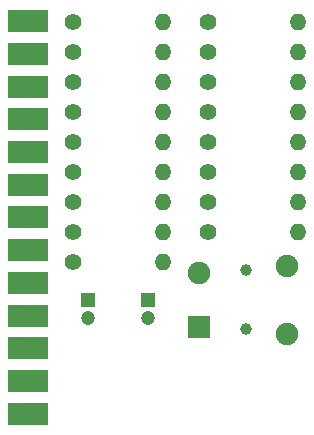
<source format=gbr>
%TF.GenerationSoftware,KiCad,Pcbnew,5.1.7*%
%TF.CreationDate,2020-10-30T13:38:14+01:00*%
%TF.ProjectId,silly-sound-bastard,73696c6c-792d-4736-9f75-6e642d626173,rev?*%
%TF.SameCoordinates,Original*%
%TF.FileFunction,Soldermask,Top*%
%TF.FilePolarity,Negative*%
%FSLAX46Y46*%
G04 Gerber Fmt 4.6, Leading zero omitted, Abs format (unit mm)*
G04 Created by KiCad (PCBNEW 5.1.7) date 2020-10-30 13:38:14*
%MOMM*%
%LPD*%
G01*
G04 APERTURE LIST*
%ADD10C,1.000000*%
%ADD11C,1.900000*%
%ADD12R,1.900000X1.900000*%
%ADD13O,1.400000X1.400000*%
%ADD14C,1.400000*%
%ADD15C,1.200000*%
%ADD16R,1.200000X1.200000*%
%ADD17R,3.480000X1.846667*%
G04 APERTURE END LIST*
D10*
%TO.C,J2*%
X76875000Y-83145000D03*
X76875000Y-78145000D03*
D11*
X72875000Y-78395000D03*
D12*
X72875000Y-82895000D03*
D11*
X80375000Y-77745000D03*
X80375000Y-83545000D03*
%TD*%
D13*
%TO.C,R17*%
X81280000Y-74930000D03*
D14*
X73660000Y-74930000D03*
%TD*%
D13*
%TO.C,R16*%
X81280000Y-72390000D03*
D14*
X73660000Y-72390000D03*
%TD*%
D13*
%TO.C,R15*%
X81280000Y-69850000D03*
D14*
X73660000Y-69850000D03*
%TD*%
D13*
%TO.C,R14*%
X81280000Y-67310000D03*
D14*
X73660000Y-67310000D03*
%TD*%
D13*
%TO.C,R13*%
X81280000Y-64770000D03*
D14*
X73660000Y-64770000D03*
%TD*%
D13*
%TO.C,R12*%
X81280000Y-62230000D03*
D14*
X73660000Y-62230000D03*
%TD*%
D13*
%TO.C,R11*%
X81280000Y-59690000D03*
D14*
X73660000Y-59690000D03*
%TD*%
D13*
%TO.C,R10*%
X81280000Y-57150000D03*
D14*
X73660000Y-57150000D03*
%TD*%
D13*
%TO.C,R9*%
X69850000Y-77470000D03*
D14*
X62230000Y-77470000D03*
%TD*%
D13*
%TO.C,R8*%
X69850000Y-74930000D03*
D14*
X62230000Y-74930000D03*
%TD*%
D13*
%TO.C,R7*%
X69850000Y-72390000D03*
D14*
X62230000Y-72390000D03*
%TD*%
D13*
%TO.C,R6*%
X69850000Y-69850000D03*
D14*
X62230000Y-69850000D03*
%TD*%
D13*
%TO.C,R5*%
X69850000Y-67310000D03*
D14*
X62230000Y-67310000D03*
%TD*%
D13*
%TO.C,R4*%
X69850000Y-64770000D03*
D14*
X62230000Y-64770000D03*
%TD*%
D13*
%TO.C,R3*%
X69850000Y-62230000D03*
D14*
X62230000Y-62230000D03*
%TD*%
D13*
%TO.C,R2*%
X69850000Y-59690000D03*
D14*
X62230000Y-59690000D03*
%TD*%
D13*
%TO.C,R1*%
X69850000Y-57150000D03*
D14*
X62230000Y-57150000D03*
%TD*%
D15*
%TO.C,C2*%
X68580000Y-82145000D03*
D16*
X68580000Y-80645000D03*
%TD*%
D15*
%TO.C,C1*%
X63500000Y-82145000D03*
D16*
X63500000Y-80645000D03*
%TD*%
D17*
%TO.C,J1*%
X58420000Y-90280000D03*
X58420000Y-87510000D03*
X58420000Y-84740000D03*
X58420000Y-81970000D03*
X58420000Y-79200000D03*
X58420000Y-76430000D03*
X58420000Y-73660000D03*
X58420000Y-70890000D03*
X58420000Y-68120000D03*
X58420000Y-65350000D03*
X58420000Y-62580000D03*
X58420000Y-59810000D03*
X58420000Y-57040000D03*
%TD*%
M02*

</source>
